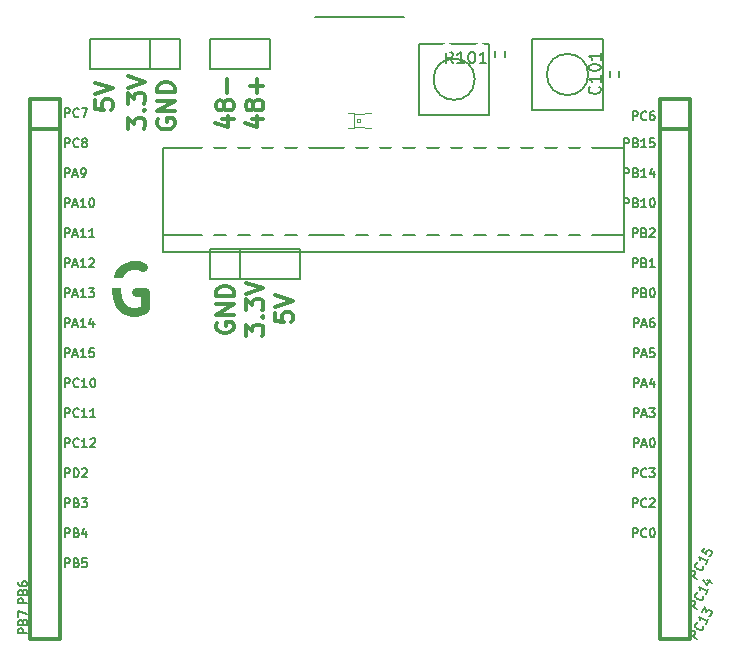
<source format=gto>
G04 (created by PCBNEW (2013-dec-23)-stable) date Thu 15 May 2014 10:29:33 AM EDT*
%MOIN*%
G04 Gerber Fmt 3.4, Leading zero omitted, Abs format*
%FSLAX34Y34*%
G01*
G70*
G90*
G04 APERTURE LIST*
%ADD10C,0.00590551*%
%ADD11C,0.0314961*%
%ADD12C,0.011811*%
%ADD13C,0.012*%
%ADD14C,0.006*%
%ADD15C,0.005*%
%ADD16C,0.0026*%
%ADD17C,0.004*%
%ADD18C,0.002*%
%ADD19R,0.055X0.055*%
%ADD20C,0.055*%
%ADD21R,0.06X0.06*%
%ADD22C,0.06*%
%ADD23R,0.0394X0.0354*%
%ADD24C,0.05*%
%ADD25R,0.015748X0.0531496*%
%ADD26R,0.0826772X0.0629921*%
%ADD27R,0.0748031X0.0748031*%
%ADD28R,0.0708661X0.0748031*%
%ADD29R,0.0511811X0.0649606*%
%ADD30R,0.0649606X0.0511811*%
%ADD31R,0.0472X0.0472*%
%ADD32C,0.0354331*%
%ADD33C,0.0511811*%
%ADD34C,0.000393701*%
G04 APERTURE END LIST*
G54D10*
G54D11*
X85294Y-50948D02*
X85144Y-50873D01*
X84919Y-50873D01*
X84694Y-50948D01*
X84544Y-51098D01*
X84469Y-51248D01*
X84394Y-51548D01*
X84394Y-51773D01*
X84469Y-52073D01*
X84544Y-52223D01*
X84694Y-52373D01*
X84919Y-52448D01*
X85069Y-52448D01*
X85294Y-52373D01*
X85369Y-52298D01*
X85369Y-51773D01*
X85069Y-51773D01*
G54D10*
X81439Y-63160D02*
X81143Y-63160D01*
X81143Y-63047D01*
X81157Y-63019D01*
X81172Y-63005D01*
X81200Y-62991D01*
X81242Y-62991D01*
X81270Y-63005D01*
X81284Y-63019D01*
X81298Y-63047D01*
X81298Y-63160D01*
X81284Y-62766D02*
X81298Y-62724D01*
X81312Y-62710D01*
X81340Y-62696D01*
X81382Y-62696D01*
X81411Y-62710D01*
X81425Y-62724D01*
X81439Y-62752D01*
X81439Y-62865D01*
X81143Y-62865D01*
X81143Y-62766D01*
X81157Y-62738D01*
X81172Y-62724D01*
X81200Y-62710D01*
X81228Y-62710D01*
X81256Y-62724D01*
X81270Y-62738D01*
X81284Y-62766D01*
X81284Y-62865D01*
X81143Y-62597D02*
X81143Y-62401D01*
X81439Y-62527D01*
X81439Y-62160D02*
X81143Y-62160D01*
X81143Y-62047D01*
X81157Y-62019D01*
X81172Y-62005D01*
X81200Y-61991D01*
X81242Y-61991D01*
X81270Y-62005D01*
X81284Y-62019D01*
X81298Y-62047D01*
X81298Y-62160D01*
X81284Y-61766D02*
X81298Y-61724D01*
X81312Y-61710D01*
X81340Y-61696D01*
X81382Y-61696D01*
X81411Y-61710D01*
X81425Y-61724D01*
X81439Y-61752D01*
X81439Y-61865D01*
X81143Y-61865D01*
X81143Y-61766D01*
X81157Y-61738D01*
X81172Y-61724D01*
X81200Y-61710D01*
X81228Y-61710D01*
X81256Y-61724D01*
X81270Y-61738D01*
X81284Y-61766D01*
X81284Y-61865D01*
X81143Y-61443D02*
X81143Y-61499D01*
X81157Y-61527D01*
X81172Y-61541D01*
X81214Y-61569D01*
X81270Y-61583D01*
X81382Y-61583D01*
X81411Y-61569D01*
X81425Y-61555D01*
X81439Y-61527D01*
X81439Y-61471D01*
X81425Y-61443D01*
X81411Y-61429D01*
X81382Y-61415D01*
X81312Y-61415D01*
X81284Y-61429D01*
X81270Y-61443D01*
X81256Y-61471D01*
X81256Y-61527D01*
X81270Y-61555D01*
X81284Y-61569D01*
X81312Y-61583D01*
X103770Y-62328D02*
X103514Y-62181D01*
X103570Y-62083D01*
X103596Y-62066D01*
X103616Y-62061D01*
X103647Y-62063D01*
X103683Y-62084D01*
X103701Y-62110D01*
X103706Y-62129D01*
X103704Y-62161D01*
X103648Y-62258D01*
X103977Y-61912D02*
X103982Y-61932D01*
X103973Y-61975D01*
X103959Y-62000D01*
X103926Y-62029D01*
X103888Y-62039D01*
X103856Y-62037D01*
X103801Y-62022D01*
X103764Y-62000D01*
X103722Y-61960D01*
X103705Y-61934D01*
X103695Y-61895D01*
X103704Y-61852D01*
X103718Y-61828D01*
X103751Y-61798D01*
X103770Y-61793D01*
X104142Y-61683D02*
X104058Y-61829D01*
X104100Y-61756D02*
X103844Y-61608D01*
X103867Y-61654D01*
X103877Y-61692D01*
X103875Y-61724D01*
X104098Y-61365D02*
X104269Y-61464D01*
X103966Y-61370D02*
X104113Y-61536D01*
X104205Y-61378D01*
X103770Y-63328D02*
X103514Y-63181D01*
X103570Y-63083D01*
X103596Y-63066D01*
X103616Y-63061D01*
X103647Y-63063D01*
X103683Y-63084D01*
X103701Y-63110D01*
X103706Y-63129D01*
X103704Y-63161D01*
X103648Y-63258D01*
X103977Y-62912D02*
X103982Y-62932D01*
X103973Y-62975D01*
X103959Y-63000D01*
X103926Y-63029D01*
X103888Y-63039D01*
X103856Y-63037D01*
X103801Y-63022D01*
X103764Y-63000D01*
X103722Y-62960D01*
X103705Y-62934D01*
X103695Y-62895D01*
X103704Y-62852D01*
X103718Y-62828D01*
X103751Y-62798D01*
X103770Y-62793D01*
X104142Y-62683D02*
X104058Y-62829D01*
X104100Y-62756D02*
X103844Y-62608D01*
X103867Y-62654D01*
X103877Y-62692D01*
X103875Y-62724D01*
X103936Y-62450D02*
X104027Y-62292D01*
X104075Y-62433D01*
X104096Y-62397D01*
X104123Y-62379D01*
X104142Y-62374D01*
X104173Y-62376D01*
X104234Y-62411D01*
X104251Y-62438D01*
X104257Y-62457D01*
X104255Y-62488D01*
X104213Y-62561D01*
X104186Y-62579D01*
X104167Y-62584D01*
X103770Y-61328D02*
X103514Y-61181D01*
X103570Y-61083D01*
X103596Y-61066D01*
X103616Y-61061D01*
X103647Y-61063D01*
X103683Y-61084D01*
X103701Y-61110D01*
X103706Y-61129D01*
X103704Y-61161D01*
X103648Y-61258D01*
X103977Y-60912D02*
X103982Y-60932D01*
X103973Y-60975D01*
X103959Y-61000D01*
X103926Y-61029D01*
X103888Y-61039D01*
X103856Y-61037D01*
X103801Y-61022D01*
X103764Y-61000D01*
X103722Y-60960D01*
X103705Y-60934D01*
X103695Y-60895D01*
X103704Y-60852D01*
X103718Y-60828D01*
X103751Y-60798D01*
X103770Y-60793D01*
X104142Y-60683D02*
X104058Y-60829D01*
X104100Y-60756D02*
X103844Y-60608D01*
X103867Y-60654D01*
X103877Y-60692D01*
X103875Y-60724D01*
X104020Y-60304D02*
X103950Y-60426D01*
X104065Y-60508D01*
X104059Y-60489D01*
X104061Y-60458D01*
X104096Y-60397D01*
X104123Y-60379D01*
X104142Y-60374D01*
X104173Y-60376D01*
X104234Y-60411D01*
X104251Y-60438D01*
X104257Y-60457D01*
X104255Y-60488D01*
X104220Y-60549D01*
X104193Y-60566D01*
X104174Y-60571D01*
X101618Y-59950D02*
X101618Y-59654D01*
X101730Y-59654D01*
X101758Y-59669D01*
X101772Y-59683D01*
X101786Y-59711D01*
X101786Y-59753D01*
X101772Y-59781D01*
X101758Y-59795D01*
X101730Y-59809D01*
X101618Y-59809D01*
X102082Y-59922D02*
X102068Y-59936D01*
X102025Y-59950D01*
X101997Y-59950D01*
X101955Y-59936D01*
X101927Y-59908D01*
X101913Y-59879D01*
X101899Y-59823D01*
X101899Y-59781D01*
X101913Y-59725D01*
X101927Y-59697D01*
X101955Y-59669D01*
X101997Y-59654D01*
X102025Y-59654D01*
X102068Y-59669D01*
X102082Y-59683D01*
X102265Y-59654D02*
X102293Y-59654D01*
X102321Y-59669D01*
X102335Y-59683D01*
X102349Y-59711D01*
X102363Y-59767D01*
X102363Y-59837D01*
X102349Y-59893D01*
X102335Y-59922D01*
X102321Y-59936D01*
X102293Y-59950D01*
X102265Y-59950D01*
X102236Y-59936D01*
X102222Y-59922D01*
X102208Y-59893D01*
X102194Y-59837D01*
X102194Y-59767D01*
X102208Y-59711D01*
X102222Y-59683D01*
X102236Y-59669D01*
X102265Y-59654D01*
X101618Y-58950D02*
X101618Y-58654D01*
X101730Y-58654D01*
X101758Y-58669D01*
X101772Y-58683D01*
X101786Y-58711D01*
X101786Y-58753D01*
X101772Y-58781D01*
X101758Y-58795D01*
X101730Y-58809D01*
X101618Y-58809D01*
X102082Y-58922D02*
X102068Y-58936D01*
X102025Y-58950D01*
X101997Y-58950D01*
X101955Y-58936D01*
X101927Y-58908D01*
X101913Y-58879D01*
X101899Y-58823D01*
X101899Y-58781D01*
X101913Y-58725D01*
X101927Y-58697D01*
X101955Y-58669D01*
X101997Y-58654D01*
X102025Y-58654D01*
X102068Y-58669D01*
X102082Y-58683D01*
X102194Y-58683D02*
X102208Y-58669D01*
X102236Y-58654D01*
X102307Y-58654D01*
X102335Y-58669D01*
X102349Y-58683D01*
X102363Y-58711D01*
X102363Y-58739D01*
X102349Y-58781D01*
X102180Y-58950D01*
X102363Y-58950D01*
X101618Y-57950D02*
X101618Y-57654D01*
X101730Y-57654D01*
X101758Y-57669D01*
X101772Y-57683D01*
X101786Y-57711D01*
X101786Y-57753D01*
X101772Y-57781D01*
X101758Y-57795D01*
X101730Y-57809D01*
X101618Y-57809D01*
X102082Y-57922D02*
X102068Y-57936D01*
X102025Y-57950D01*
X101997Y-57950D01*
X101955Y-57936D01*
X101927Y-57908D01*
X101913Y-57879D01*
X101899Y-57823D01*
X101899Y-57781D01*
X101913Y-57725D01*
X101927Y-57697D01*
X101955Y-57669D01*
X101997Y-57654D01*
X102025Y-57654D01*
X102068Y-57669D01*
X102082Y-57683D01*
X102180Y-57654D02*
X102363Y-57654D01*
X102265Y-57767D01*
X102307Y-57767D01*
X102335Y-57781D01*
X102349Y-57795D01*
X102363Y-57823D01*
X102363Y-57893D01*
X102349Y-57922D01*
X102335Y-57936D01*
X102307Y-57950D01*
X102222Y-57950D01*
X102194Y-57936D01*
X102180Y-57922D01*
X101660Y-56950D02*
X101660Y-56654D01*
X101772Y-56654D01*
X101801Y-56669D01*
X101815Y-56683D01*
X101829Y-56711D01*
X101829Y-56753D01*
X101815Y-56781D01*
X101801Y-56795D01*
X101772Y-56809D01*
X101660Y-56809D01*
X101941Y-56865D02*
X102082Y-56865D01*
X101913Y-56950D02*
X102011Y-56654D01*
X102110Y-56950D01*
X102265Y-56654D02*
X102293Y-56654D01*
X102321Y-56669D01*
X102335Y-56683D01*
X102349Y-56711D01*
X102363Y-56767D01*
X102363Y-56837D01*
X102349Y-56893D01*
X102335Y-56922D01*
X102321Y-56936D01*
X102293Y-56950D01*
X102265Y-56950D01*
X102236Y-56936D01*
X102222Y-56922D01*
X102208Y-56893D01*
X102194Y-56837D01*
X102194Y-56767D01*
X102208Y-56711D01*
X102222Y-56683D01*
X102236Y-56669D01*
X102265Y-56654D01*
X101660Y-55950D02*
X101660Y-55654D01*
X101772Y-55654D01*
X101801Y-55669D01*
X101815Y-55683D01*
X101829Y-55711D01*
X101829Y-55753D01*
X101815Y-55781D01*
X101801Y-55795D01*
X101772Y-55809D01*
X101660Y-55809D01*
X101941Y-55865D02*
X102082Y-55865D01*
X101913Y-55950D02*
X102011Y-55654D01*
X102110Y-55950D01*
X102180Y-55654D02*
X102363Y-55654D01*
X102265Y-55767D01*
X102307Y-55767D01*
X102335Y-55781D01*
X102349Y-55795D01*
X102363Y-55823D01*
X102363Y-55893D01*
X102349Y-55922D01*
X102335Y-55936D01*
X102307Y-55950D01*
X102222Y-55950D01*
X102194Y-55936D01*
X102180Y-55922D01*
X101660Y-54950D02*
X101660Y-54654D01*
X101772Y-54654D01*
X101801Y-54669D01*
X101815Y-54683D01*
X101829Y-54711D01*
X101829Y-54753D01*
X101815Y-54781D01*
X101801Y-54795D01*
X101772Y-54809D01*
X101660Y-54809D01*
X101941Y-54865D02*
X102082Y-54865D01*
X101913Y-54950D02*
X102011Y-54654D01*
X102110Y-54950D01*
X102335Y-54753D02*
X102335Y-54950D01*
X102265Y-54640D02*
X102194Y-54851D01*
X102377Y-54851D01*
X101660Y-53950D02*
X101660Y-53654D01*
X101772Y-53654D01*
X101801Y-53669D01*
X101815Y-53683D01*
X101829Y-53711D01*
X101829Y-53753D01*
X101815Y-53781D01*
X101801Y-53795D01*
X101772Y-53809D01*
X101660Y-53809D01*
X101941Y-53865D02*
X102082Y-53865D01*
X101913Y-53950D02*
X102011Y-53654D01*
X102110Y-53950D01*
X102349Y-53654D02*
X102208Y-53654D01*
X102194Y-53795D01*
X102208Y-53781D01*
X102236Y-53767D01*
X102307Y-53767D01*
X102335Y-53781D01*
X102349Y-53795D01*
X102363Y-53823D01*
X102363Y-53893D01*
X102349Y-53922D01*
X102335Y-53936D01*
X102307Y-53950D01*
X102236Y-53950D01*
X102208Y-53936D01*
X102194Y-53922D01*
X101660Y-52950D02*
X101660Y-52654D01*
X101772Y-52654D01*
X101801Y-52669D01*
X101815Y-52683D01*
X101829Y-52711D01*
X101829Y-52753D01*
X101815Y-52781D01*
X101801Y-52795D01*
X101772Y-52809D01*
X101660Y-52809D01*
X101941Y-52865D02*
X102082Y-52865D01*
X101913Y-52950D02*
X102011Y-52654D01*
X102110Y-52950D01*
X102335Y-52654D02*
X102279Y-52654D01*
X102250Y-52669D01*
X102236Y-52683D01*
X102208Y-52725D01*
X102194Y-52781D01*
X102194Y-52893D01*
X102208Y-52922D01*
X102222Y-52936D01*
X102250Y-52950D01*
X102307Y-52950D01*
X102335Y-52936D01*
X102349Y-52922D01*
X102363Y-52893D01*
X102363Y-52823D01*
X102349Y-52795D01*
X102335Y-52781D01*
X102307Y-52767D01*
X102250Y-52767D01*
X102222Y-52781D01*
X102208Y-52795D01*
X102194Y-52823D01*
X101618Y-51950D02*
X101618Y-51654D01*
X101730Y-51654D01*
X101758Y-51669D01*
X101772Y-51683D01*
X101786Y-51711D01*
X101786Y-51753D01*
X101772Y-51781D01*
X101758Y-51795D01*
X101730Y-51809D01*
X101618Y-51809D01*
X102011Y-51795D02*
X102054Y-51809D01*
X102068Y-51823D01*
X102082Y-51851D01*
X102082Y-51893D01*
X102068Y-51922D01*
X102054Y-51936D01*
X102025Y-51950D01*
X101913Y-51950D01*
X101913Y-51654D01*
X102011Y-51654D01*
X102040Y-51669D01*
X102054Y-51683D01*
X102068Y-51711D01*
X102068Y-51739D01*
X102054Y-51767D01*
X102040Y-51781D01*
X102011Y-51795D01*
X101913Y-51795D01*
X102265Y-51654D02*
X102293Y-51654D01*
X102321Y-51669D01*
X102335Y-51683D01*
X102349Y-51711D01*
X102363Y-51767D01*
X102363Y-51837D01*
X102349Y-51893D01*
X102335Y-51922D01*
X102321Y-51936D01*
X102293Y-51950D01*
X102265Y-51950D01*
X102236Y-51936D01*
X102222Y-51922D01*
X102208Y-51893D01*
X102194Y-51837D01*
X102194Y-51767D01*
X102208Y-51711D01*
X102222Y-51683D01*
X102236Y-51669D01*
X102265Y-51654D01*
X101618Y-50950D02*
X101618Y-50654D01*
X101730Y-50654D01*
X101758Y-50669D01*
X101772Y-50683D01*
X101786Y-50711D01*
X101786Y-50753D01*
X101772Y-50781D01*
X101758Y-50795D01*
X101730Y-50809D01*
X101618Y-50809D01*
X102011Y-50795D02*
X102054Y-50809D01*
X102068Y-50823D01*
X102082Y-50851D01*
X102082Y-50893D01*
X102068Y-50922D01*
X102054Y-50936D01*
X102025Y-50950D01*
X101913Y-50950D01*
X101913Y-50654D01*
X102011Y-50654D01*
X102040Y-50669D01*
X102054Y-50683D01*
X102068Y-50711D01*
X102068Y-50739D01*
X102054Y-50767D01*
X102040Y-50781D01*
X102011Y-50795D01*
X101913Y-50795D01*
X102363Y-50950D02*
X102194Y-50950D01*
X102279Y-50950D02*
X102279Y-50654D01*
X102250Y-50697D01*
X102222Y-50725D01*
X102194Y-50739D01*
X101618Y-46050D02*
X101618Y-45754D01*
X101730Y-45754D01*
X101758Y-45769D01*
X101772Y-45783D01*
X101786Y-45811D01*
X101786Y-45853D01*
X101772Y-45881D01*
X101758Y-45895D01*
X101730Y-45909D01*
X101618Y-45909D01*
X102082Y-46022D02*
X102068Y-46036D01*
X102025Y-46050D01*
X101997Y-46050D01*
X101955Y-46036D01*
X101927Y-46008D01*
X101913Y-45979D01*
X101899Y-45923D01*
X101899Y-45881D01*
X101913Y-45825D01*
X101927Y-45797D01*
X101955Y-45769D01*
X101997Y-45754D01*
X102025Y-45754D01*
X102068Y-45769D01*
X102082Y-45783D01*
X102335Y-45754D02*
X102279Y-45754D01*
X102250Y-45769D01*
X102236Y-45783D01*
X102208Y-45825D01*
X102194Y-45881D01*
X102194Y-45993D01*
X102208Y-46022D01*
X102222Y-46036D01*
X102250Y-46050D01*
X102307Y-46050D01*
X102335Y-46036D01*
X102349Y-46022D01*
X102363Y-45993D01*
X102363Y-45923D01*
X102349Y-45895D01*
X102335Y-45881D01*
X102307Y-45867D01*
X102250Y-45867D01*
X102222Y-45881D01*
X102208Y-45895D01*
X102194Y-45923D01*
X101337Y-48950D02*
X101337Y-48654D01*
X101449Y-48654D01*
X101477Y-48669D01*
X101491Y-48683D01*
X101505Y-48711D01*
X101505Y-48753D01*
X101491Y-48781D01*
X101477Y-48795D01*
X101449Y-48809D01*
X101337Y-48809D01*
X101730Y-48795D02*
X101772Y-48809D01*
X101786Y-48823D01*
X101801Y-48851D01*
X101801Y-48893D01*
X101786Y-48922D01*
X101772Y-48936D01*
X101744Y-48950D01*
X101632Y-48950D01*
X101632Y-48654D01*
X101730Y-48654D01*
X101758Y-48669D01*
X101772Y-48683D01*
X101786Y-48711D01*
X101786Y-48739D01*
X101772Y-48767D01*
X101758Y-48781D01*
X101730Y-48795D01*
X101632Y-48795D01*
X102082Y-48950D02*
X101913Y-48950D01*
X101997Y-48950D02*
X101997Y-48654D01*
X101969Y-48697D01*
X101941Y-48725D01*
X101913Y-48739D01*
X102265Y-48654D02*
X102293Y-48654D01*
X102321Y-48669D01*
X102335Y-48683D01*
X102349Y-48711D01*
X102363Y-48767D01*
X102363Y-48837D01*
X102349Y-48893D01*
X102335Y-48922D01*
X102321Y-48936D01*
X102293Y-48950D01*
X102265Y-48950D01*
X102236Y-48936D01*
X102222Y-48922D01*
X102208Y-48893D01*
X102194Y-48837D01*
X102194Y-48767D01*
X102208Y-48711D01*
X102222Y-48683D01*
X102236Y-48669D01*
X102265Y-48654D01*
X101337Y-47950D02*
X101337Y-47654D01*
X101449Y-47654D01*
X101477Y-47669D01*
X101491Y-47683D01*
X101505Y-47711D01*
X101505Y-47753D01*
X101491Y-47781D01*
X101477Y-47795D01*
X101449Y-47809D01*
X101337Y-47809D01*
X101730Y-47795D02*
X101772Y-47809D01*
X101786Y-47823D01*
X101801Y-47851D01*
X101801Y-47893D01*
X101786Y-47922D01*
X101772Y-47936D01*
X101744Y-47950D01*
X101632Y-47950D01*
X101632Y-47654D01*
X101730Y-47654D01*
X101758Y-47669D01*
X101772Y-47683D01*
X101786Y-47711D01*
X101786Y-47739D01*
X101772Y-47767D01*
X101758Y-47781D01*
X101730Y-47795D01*
X101632Y-47795D01*
X102082Y-47950D02*
X101913Y-47950D01*
X101997Y-47950D02*
X101997Y-47654D01*
X101969Y-47697D01*
X101941Y-47725D01*
X101913Y-47739D01*
X102335Y-47753D02*
X102335Y-47950D01*
X102265Y-47640D02*
X102194Y-47851D01*
X102377Y-47851D01*
X101337Y-46950D02*
X101337Y-46654D01*
X101449Y-46654D01*
X101477Y-46669D01*
X101491Y-46683D01*
X101505Y-46711D01*
X101505Y-46753D01*
X101491Y-46781D01*
X101477Y-46795D01*
X101449Y-46809D01*
X101337Y-46809D01*
X101730Y-46795D02*
X101772Y-46809D01*
X101786Y-46823D01*
X101801Y-46851D01*
X101801Y-46893D01*
X101786Y-46922D01*
X101772Y-46936D01*
X101744Y-46950D01*
X101632Y-46950D01*
X101632Y-46654D01*
X101730Y-46654D01*
X101758Y-46669D01*
X101772Y-46683D01*
X101786Y-46711D01*
X101786Y-46739D01*
X101772Y-46767D01*
X101758Y-46781D01*
X101730Y-46795D01*
X101632Y-46795D01*
X102082Y-46950D02*
X101913Y-46950D01*
X101997Y-46950D02*
X101997Y-46654D01*
X101969Y-46697D01*
X101941Y-46725D01*
X101913Y-46739D01*
X102349Y-46654D02*
X102208Y-46654D01*
X102194Y-46795D01*
X102208Y-46781D01*
X102236Y-46767D01*
X102307Y-46767D01*
X102335Y-46781D01*
X102349Y-46795D01*
X102363Y-46823D01*
X102363Y-46893D01*
X102349Y-46922D01*
X102335Y-46936D01*
X102307Y-46950D01*
X102236Y-46950D01*
X102208Y-46936D01*
X102194Y-46922D01*
X101618Y-49950D02*
X101618Y-49654D01*
X101730Y-49654D01*
X101758Y-49669D01*
X101772Y-49683D01*
X101786Y-49711D01*
X101786Y-49753D01*
X101772Y-49781D01*
X101758Y-49795D01*
X101730Y-49809D01*
X101618Y-49809D01*
X102011Y-49795D02*
X102054Y-49809D01*
X102068Y-49823D01*
X102082Y-49851D01*
X102082Y-49893D01*
X102068Y-49922D01*
X102054Y-49936D01*
X102025Y-49950D01*
X101913Y-49950D01*
X101913Y-49654D01*
X102011Y-49654D01*
X102040Y-49669D01*
X102054Y-49683D01*
X102068Y-49711D01*
X102068Y-49739D01*
X102054Y-49767D01*
X102040Y-49781D01*
X102011Y-49795D01*
X101913Y-49795D01*
X102194Y-49683D02*
X102208Y-49669D01*
X102236Y-49654D01*
X102307Y-49654D01*
X102335Y-49669D01*
X102349Y-49683D01*
X102363Y-49711D01*
X102363Y-49739D01*
X102349Y-49781D01*
X102180Y-49950D01*
X102363Y-49950D01*
X82689Y-60950D02*
X82689Y-60654D01*
X82802Y-60654D01*
X82830Y-60669D01*
X82844Y-60683D01*
X82858Y-60711D01*
X82858Y-60753D01*
X82844Y-60781D01*
X82830Y-60795D01*
X82802Y-60809D01*
X82689Y-60809D01*
X83083Y-60795D02*
X83125Y-60809D01*
X83139Y-60823D01*
X83153Y-60851D01*
X83153Y-60893D01*
X83139Y-60922D01*
X83125Y-60936D01*
X83097Y-60950D01*
X82985Y-60950D01*
X82985Y-60654D01*
X83083Y-60654D01*
X83111Y-60669D01*
X83125Y-60683D01*
X83139Y-60711D01*
X83139Y-60739D01*
X83125Y-60767D01*
X83111Y-60781D01*
X83083Y-60795D01*
X82985Y-60795D01*
X83421Y-60654D02*
X83280Y-60654D01*
X83266Y-60795D01*
X83280Y-60781D01*
X83308Y-60767D01*
X83378Y-60767D01*
X83407Y-60781D01*
X83421Y-60795D01*
X83435Y-60823D01*
X83435Y-60893D01*
X83421Y-60922D01*
X83407Y-60936D01*
X83378Y-60950D01*
X83308Y-60950D01*
X83280Y-60936D01*
X83266Y-60922D01*
X82689Y-59950D02*
X82689Y-59654D01*
X82802Y-59654D01*
X82830Y-59669D01*
X82844Y-59683D01*
X82858Y-59711D01*
X82858Y-59753D01*
X82844Y-59781D01*
X82830Y-59795D01*
X82802Y-59809D01*
X82689Y-59809D01*
X83083Y-59795D02*
X83125Y-59809D01*
X83139Y-59823D01*
X83153Y-59851D01*
X83153Y-59893D01*
X83139Y-59922D01*
X83125Y-59936D01*
X83097Y-59950D01*
X82985Y-59950D01*
X82985Y-59654D01*
X83083Y-59654D01*
X83111Y-59669D01*
X83125Y-59683D01*
X83139Y-59711D01*
X83139Y-59739D01*
X83125Y-59767D01*
X83111Y-59781D01*
X83083Y-59795D01*
X82985Y-59795D01*
X83407Y-59753D02*
X83407Y-59950D01*
X83336Y-59640D02*
X83266Y-59851D01*
X83449Y-59851D01*
X82689Y-58950D02*
X82689Y-58654D01*
X82802Y-58654D01*
X82830Y-58669D01*
X82844Y-58683D01*
X82858Y-58711D01*
X82858Y-58753D01*
X82844Y-58781D01*
X82830Y-58795D01*
X82802Y-58809D01*
X82689Y-58809D01*
X83083Y-58795D02*
X83125Y-58809D01*
X83139Y-58823D01*
X83153Y-58851D01*
X83153Y-58893D01*
X83139Y-58922D01*
X83125Y-58936D01*
X83097Y-58950D01*
X82985Y-58950D01*
X82985Y-58654D01*
X83083Y-58654D01*
X83111Y-58669D01*
X83125Y-58683D01*
X83139Y-58711D01*
X83139Y-58739D01*
X83125Y-58767D01*
X83111Y-58781D01*
X83083Y-58795D01*
X82985Y-58795D01*
X83252Y-58654D02*
X83435Y-58654D01*
X83336Y-58767D01*
X83378Y-58767D01*
X83407Y-58781D01*
X83421Y-58795D01*
X83435Y-58823D01*
X83435Y-58893D01*
X83421Y-58922D01*
X83407Y-58936D01*
X83378Y-58950D01*
X83294Y-58950D01*
X83266Y-58936D01*
X83252Y-58922D01*
X82689Y-57950D02*
X82689Y-57654D01*
X82802Y-57654D01*
X82830Y-57669D01*
X82844Y-57683D01*
X82858Y-57711D01*
X82858Y-57753D01*
X82844Y-57781D01*
X82830Y-57795D01*
X82802Y-57809D01*
X82689Y-57809D01*
X82985Y-57950D02*
X82985Y-57654D01*
X83055Y-57654D01*
X83097Y-57669D01*
X83125Y-57697D01*
X83139Y-57725D01*
X83153Y-57781D01*
X83153Y-57823D01*
X83139Y-57879D01*
X83125Y-57908D01*
X83097Y-57936D01*
X83055Y-57950D01*
X82985Y-57950D01*
X83266Y-57683D02*
X83280Y-57669D01*
X83308Y-57654D01*
X83378Y-57654D01*
X83407Y-57669D01*
X83421Y-57683D01*
X83435Y-57711D01*
X83435Y-57739D01*
X83421Y-57781D01*
X83252Y-57950D01*
X83435Y-57950D01*
X82689Y-56950D02*
X82689Y-56654D01*
X82802Y-56654D01*
X82830Y-56669D01*
X82844Y-56683D01*
X82858Y-56711D01*
X82858Y-56753D01*
X82844Y-56781D01*
X82830Y-56795D01*
X82802Y-56809D01*
X82689Y-56809D01*
X83153Y-56922D02*
X83139Y-56936D01*
X83097Y-56950D01*
X83069Y-56950D01*
X83027Y-56936D01*
X82999Y-56908D01*
X82985Y-56879D01*
X82971Y-56823D01*
X82971Y-56781D01*
X82985Y-56725D01*
X82999Y-56697D01*
X83027Y-56669D01*
X83069Y-56654D01*
X83097Y-56654D01*
X83139Y-56669D01*
X83153Y-56683D01*
X83435Y-56950D02*
X83266Y-56950D01*
X83350Y-56950D02*
X83350Y-56654D01*
X83322Y-56697D01*
X83294Y-56725D01*
X83266Y-56739D01*
X83547Y-56683D02*
X83561Y-56669D01*
X83589Y-56654D01*
X83660Y-56654D01*
X83688Y-56669D01*
X83702Y-56683D01*
X83716Y-56711D01*
X83716Y-56739D01*
X83702Y-56781D01*
X83533Y-56950D01*
X83716Y-56950D01*
X82689Y-55950D02*
X82689Y-55654D01*
X82802Y-55654D01*
X82830Y-55669D01*
X82844Y-55683D01*
X82858Y-55711D01*
X82858Y-55753D01*
X82844Y-55781D01*
X82830Y-55795D01*
X82802Y-55809D01*
X82689Y-55809D01*
X83153Y-55922D02*
X83139Y-55936D01*
X83097Y-55950D01*
X83069Y-55950D01*
X83027Y-55936D01*
X82999Y-55908D01*
X82985Y-55879D01*
X82971Y-55823D01*
X82971Y-55781D01*
X82985Y-55725D01*
X82999Y-55697D01*
X83027Y-55669D01*
X83069Y-55654D01*
X83097Y-55654D01*
X83139Y-55669D01*
X83153Y-55683D01*
X83435Y-55950D02*
X83266Y-55950D01*
X83350Y-55950D02*
X83350Y-55654D01*
X83322Y-55697D01*
X83294Y-55725D01*
X83266Y-55739D01*
X83716Y-55950D02*
X83547Y-55950D01*
X83632Y-55950D02*
X83632Y-55654D01*
X83603Y-55697D01*
X83575Y-55725D01*
X83547Y-55739D01*
X82689Y-54950D02*
X82689Y-54654D01*
X82802Y-54654D01*
X82830Y-54669D01*
X82844Y-54683D01*
X82858Y-54711D01*
X82858Y-54753D01*
X82844Y-54781D01*
X82830Y-54795D01*
X82802Y-54809D01*
X82689Y-54809D01*
X83153Y-54922D02*
X83139Y-54936D01*
X83097Y-54950D01*
X83069Y-54950D01*
X83027Y-54936D01*
X82999Y-54908D01*
X82985Y-54879D01*
X82971Y-54823D01*
X82971Y-54781D01*
X82985Y-54725D01*
X82999Y-54697D01*
X83027Y-54669D01*
X83069Y-54654D01*
X83097Y-54654D01*
X83139Y-54669D01*
X83153Y-54683D01*
X83435Y-54950D02*
X83266Y-54950D01*
X83350Y-54950D02*
X83350Y-54654D01*
X83322Y-54697D01*
X83294Y-54725D01*
X83266Y-54739D01*
X83617Y-54654D02*
X83646Y-54654D01*
X83674Y-54669D01*
X83688Y-54683D01*
X83702Y-54711D01*
X83716Y-54767D01*
X83716Y-54837D01*
X83702Y-54893D01*
X83688Y-54922D01*
X83674Y-54936D01*
X83646Y-54950D01*
X83617Y-54950D01*
X83589Y-54936D01*
X83575Y-54922D01*
X83561Y-54893D01*
X83547Y-54837D01*
X83547Y-54767D01*
X83561Y-54711D01*
X83575Y-54683D01*
X83589Y-54669D01*
X83617Y-54654D01*
X82689Y-53950D02*
X82689Y-53654D01*
X82802Y-53654D01*
X82830Y-53669D01*
X82844Y-53683D01*
X82858Y-53711D01*
X82858Y-53753D01*
X82844Y-53781D01*
X82830Y-53795D01*
X82802Y-53809D01*
X82689Y-53809D01*
X82971Y-53865D02*
X83111Y-53865D01*
X82943Y-53950D02*
X83041Y-53654D01*
X83139Y-53950D01*
X83393Y-53950D02*
X83224Y-53950D01*
X83308Y-53950D02*
X83308Y-53654D01*
X83280Y-53697D01*
X83252Y-53725D01*
X83224Y-53739D01*
X83660Y-53654D02*
X83519Y-53654D01*
X83505Y-53795D01*
X83519Y-53781D01*
X83547Y-53767D01*
X83617Y-53767D01*
X83646Y-53781D01*
X83660Y-53795D01*
X83674Y-53823D01*
X83674Y-53893D01*
X83660Y-53922D01*
X83646Y-53936D01*
X83617Y-53950D01*
X83547Y-53950D01*
X83519Y-53936D01*
X83505Y-53922D01*
X82689Y-52950D02*
X82689Y-52654D01*
X82802Y-52654D01*
X82830Y-52669D01*
X82844Y-52683D01*
X82858Y-52711D01*
X82858Y-52753D01*
X82844Y-52781D01*
X82830Y-52795D01*
X82802Y-52809D01*
X82689Y-52809D01*
X82971Y-52865D02*
X83111Y-52865D01*
X82943Y-52950D02*
X83041Y-52654D01*
X83139Y-52950D01*
X83393Y-52950D02*
X83224Y-52950D01*
X83308Y-52950D02*
X83308Y-52654D01*
X83280Y-52697D01*
X83252Y-52725D01*
X83224Y-52739D01*
X83646Y-52753D02*
X83646Y-52950D01*
X83575Y-52640D02*
X83505Y-52851D01*
X83688Y-52851D01*
X82689Y-51950D02*
X82689Y-51654D01*
X82802Y-51654D01*
X82830Y-51669D01*
X82844Y-51683D01*
X82858Y-51711D01*
X82858Y-51753D01*
X82844Y-51781D01*
X82830Y-51795D01*
X82802Y-51809D01*
X82689Y-51809D01*
X82971Y-51865D02*
X83111Y-51865D01*
X82943Y-51950D02*
X83041Y-51654D01*
X83139Y-51950D01*
X83393Y-51950D02*
X83224Y-51950D01*
X83308Y-51950D02*
X83308Y-51654D01*
X83280Y-51697D01*
X83252Y-51725D01*
X83224Y-51739D01*
X83491Y-51654D02*
X83674Y-51654D01*
X83575Y-51767D01*
X83617Y-51767D01*
X83646Y-51781D01*
X83660Y-51795D01*
X83674Y-51823D01*
X83674Y-51893D01*
X83660Y-51922D01*
X83646Y-51936D01*
X83617Y-51950D01*
X83533Y-51950D01*
X83505Y-51936D01*
X83491Y-51922D01*
X82689Y-50950D02*
X82689Y-50654D01*
X82802Y-50654D01*
X82830Y-50669D01*
X82844Y-50683D01*
X82858Y-50711D01*
X82858Y-50753D01*
X82844Y-50781D01*
X82830Y-50795D01*
X82802Y-50809D01*
X82689Y-50809D01*
X82971Y-50865D02*
X83111Y-50865D01*
X82943Y-50950D02*
X83041Y-50654D01*
X83139Y-50950D01*
X83393Y-50950D02*
X83224Y-50950D01*
X83308Y-50950D02*
X83308Y-50654D01*
X83280Y-50697D01*
X83252Y-50725D01*
X83224Y-50739D01*
X83505Y-50683D02*
X83519Y-50669D01*
X83547Y-50654D01*
X83617Y-50654D01*
X83646Y-50669D01*
X83660Y-50683D01*
X83674Y-50711D01*
X83674Y-50739D01*
X83660Y-50781D01*
X83491Y-50950D01*
X83674Y-50950D01*
X82689Y-49950D02*
X82689Y-49654D01*
X82802Y-49654D01*
X82830Y-49669D01*
X82844Y-49683D01*
X82858Y-49711D01*
X82858Y-49753D01*
X82844Y-49781D01*
X82830Y-49795D01*
X82802Y-49809D01*
X82689Y-49809D01*
X82971Y-49865D02*
X83111Y-49865D01*
X82943Y-49950D02*
X83041Y-49654D01*
X83139Y-49950D01*
X83393Y-49950D02*
X83224Y-49950D01*
X83308Y-49950D02*
X83308Y-49654D01*
X83280Y-49697D01*
X83252Y-49725D01*
X83224Y-49739D01*
X83674Y-49950D02*
X83505Y-49950D01*
X83589Y-49950D02*
X83589Y-49654D01*
X83561Y-49697D01*
X83533Y-49725D01*
X83505Y-49739D01*
X82689Y-48950D02*
X82689Y-48654D01*
X82802Y-48654D01*
X82830Y-48669D01*
X82844Y-48683D01*
X82858Y-48711D01*
X82858Y-48753D01*
X82844Y-48781D01*
X82830Y-48795D01*
X82802Y-48809D01*
X82689Y-48809D01*
X82971Y-48865D02*
X83111Y-48865D01*
X82943Y-48950D02*
X83041Y-48654D01*
X83139Y-48950D01*
X83393Y-48950D02*
X83224Y-48950D01*
X83308Y-48950D02*
X83308Y-48654D01*
X83280Y-48697D01*
X83252Y-48725D01*
X83224Y-48739D01*
X83575Y-48654D02*
X83603Y-48654D01*
X83632Y-48669D01*
X83646Y-48683D01*
X83660Y-48711D01*
X83674Y-48767D01*
X83674Y-48837D01*
X83660Y-48893D01*
X83646Y-48922D01*
X83632Y-48936D01*
X83603Y-48950D01*
X83575Y-48950D01*
X83547Y-48936D01*
X83533Y-48922D01*
X83519Y-48893D01*
X83505Y-48837D01*
X83505Y-48767D01*
X83519Y-48711D01*
X83533Y-48683D01*
X83547Y-48669D01*
X83575Y-48654D01*
X82689Y-47950D02*
X82689Y-47654D01*
X82802Y-47654D01*
X82830Y-47669D01*
X82844Y-47683D01*
X82858Y-47711D01*
X82858Y-47753D01*
X82844Y-47781D01*
X82830Y-47795D01*
X82802Y-47809D01*
X82689Y-47809D01*
X82971Y-47865D02*
X83111Y-47865D01*
X82943Y-47950D02*
X83041Y-47654D01*
X83139Y-47950D01*
X83252Y-47950D02*
X83308Y-47950D01*
X83336Y-47936D01*
X83350Y-47922D01*
X83378Y-47879D01*
X83393Y-47823D01*
X83393Y-47711D01*
X83378Y-47683D01*
X83364Y-47669D01*
X83336Y-47654D01*
X83280Y-47654D01*
X83252Y-47669D01*
X83238Y-47683D01*
X83224Y-47711D01*
X83224Y-47781D01*
X83238Y-47809D01*
X83252Y-47823D01*
X83280Y-47837D01*
X83336Y-47837D01*
X83364Y-47823D01*
X83378Y-47809D01*
X83393Y-47781D01*
X82689Y-46950D02*
X82689Y-46654D01*
X82802Y-46654D01*
X82830Y-46669D01*
X82844Y-46683D01*
X82858Y-46711D01*
X82858Y-46753D01*
X82844Y-46781D01*
X82830Y-46795D01*
X82802Y-46809D01*
X82689Y-46809D01*
X83153Y-46922D02*
X83139Y-46936D01*
X83097Y-46950D01*
X83069Y-46950D01*
X83027Y-46936D01*
X82999Y-46908D01*
X82985Y-46879D01*
X82971Y-46823D01*
X82971Y-46781D01*
X82985Y-46725D01*
X82999Y-46697D01*
X83027Y-46669D01*
X83069Y-46654D01*
X83097Y-46654D01*
X83139Y-46669D01*
X83153Y-46683D01*
X83322Y-46781D02*
X83294Y-46767D01*
X83280Y-46753D01*
X83266Y-46725D01*
X83266Y-46711D01*
X83280Y-46683D01*
X83294Y-46669D01*
X83322Y-46654D01*
X83378Y-46654D01*
X83407Y-46669D01*
X83421Y-46683D01*
X83435Y-46711D01*
X83435Y-46725D01*
X83421Y-46753D01*
X83407Y-46767D01*
X83378Y-46781D01*
X83322Y-46781D01*
X83294Y-46795D01*
X83280Y-46809D01*
X83266Y-46837D01*
X83266Y-46893D01*
X83280Y-46922D01*
X83294Y-46936D01*
X83322Y-46950D01*
X83378Y-46950D01*
X83407Y-46936D01*
X83421Y-46922D01*
X83435Y-46893D01*
X83435Y-46837D01*
X83421Y-46809D01*
X83407Y-46795D01*
X83378Y-46781D01*
X82689Y-45950D02*
X82689Y-45654D01*
X82802Y-45654D01*
X82830Y-45669D01*
X82844Y-45683D01*
X82858Y-45711D01*
X82858Y-45753D01*
X82844Y-45781D01*
X82830Y-45795D01*
X82802Y-45809D01*
X82689Y-45809D01*
X83153Y-45922D02*
X83139Y-45936D01*
X83097Y-45950D01*
X83069Y-45950D01*
X83027Y-45936D01*
X82999Y-45908D01*
X82985Y-45879D01*
X82971Y-45823D01*
X82971Y-45781D01*
X82985Y-45725D01*
X82999Y-45697D01*
X83027Y-45669D01*
X83069Y-45654D01*
X83097Y-45654D01*
X83139Y-45669D01*
X83153Y-45683D01*
X83252Y-45654D02*
X83449Y-45654D01*
X83322Y-45950D01*
G54D12*
X88920Y-46006D02*
X89313Y-46006D01*
X88695Y-46147D02*
X89116Y-46287D01*
X89116Y-45922D01*
X88976Y-45613D02*
X88948Y-45669D01*
X88920Y-45697D01*
X88863Y-45725D01*
X88835Y-45725D01*
X88779Y-45697D01*
X88751Y-45669D01*
X88723Y-45613D01*
X88723Y-45500D01*
X88751Y-45444D01*
X88779Y-45416D01*
X88835Y-45388D01*
X88863Y-45388D01*
X88920Y-45416D01*
X88948Y-45444D01*
X88976Y-45500D01*
X88976Y-45613D01*
X89004Y-45669D01*
X89032Y-45697D01*
X89088Y-45725D01*
X89201Y-45725D01*
X89257Y-45697D01*
X89285Y-45669D01*
X89313Y-45613D01*
X89313Y-45500D01*
X89285Y-45444D01*
X89257Y-45416D01*
X89201Y-45388D01*
X89088Y-45388D01*
X89032Y-45416D01*
X89004Y-45444D01*
X88976Y-45500D01*
X89088Y-45134D02*
X89088Y-44685D01*
X89313Y-44910D02*
X88863Y-44910D01*
X87935Y-46006D02*
X88329Y-46006D01*
X87710Y-46147D02*
X88132Y-46287D01*
X88132Y-45922D01*
X87992Y-45613D02*
X87964Y-45669D01*
X87935Y-45697D01*
X87879Y-45725D01*
X87851Y-45725D01*
X87795Y-45697D01*
X87767Y-45669D01*
X87739Y-45613D01*
X87739Y-45500D01*
X87767Y-45444D01*
X87795Y-45416D01*
X87851Y-45388D01*
X87879Y-45388D01*
X87935Y-45416D01*
X87964Y-45444D01*
X87992Y-45500D01*
X87992Y-45613D01*
X88020Y-45669D01*
X88048Y-45697D01*
X88104Y-45725D01*
X88217Y-45725D01*
X88273Y-45697D01*
X88301Y-45669D01*
X88329Y-45613D01*
X88329Y-45500D01*
X88301Y-45444D01*
X88273Y-45416D01*
X88217Y-45388D01*
X88104Y-45388D01*
X88048Y-45416D01*
X88020Y-45444D01*
X87992Y-45500D01*
X88104Y-45134D02*
X88104Y-44685D01*
X85798Y-46020D02*
X85770Y-46077D01*
X85770Y-46161D01*
X85798Y-46245D01*
X85854Y-46302D01*
X85911Y-46330D01*
X86023Y-46358D01*
X86107Y-46358D01*
X86220Y-46330D01*
X86276Y-46302D01*
X86332Y-46245D01*
X86361Y-46161D01*
X86361Y-46105D01*
X86332Y-46020D01*
X86304Y-45992D01*
X86107Y-45992D01*
X86107Y-46105D01*
X86361Y-45739D02*
X85770Y-45739D01*
X86361Y-45402D01*
X85770Y-45402D01*
X86361Y-45120D02*
X85770Y-45120D01*
X85770Y-44980D01*
X85798Y-44895D01*
X85854Y-44839D01*
X85911Y-44811D01*
X86023Y-44783D01*
X86107Y-44783D01*
X86220Y-44811D01*
X86276Y-44839D01*
X86332Y-44895D01*
X86361Y-44980D01*
X86361Y-45120D01*
X84786Y-46344D02*
X84786Y-45978D01*
X85011Y-46175D01*
X85011Y-46091D01*
X85039Y-46034D01*
X85067Y-46006D01*
X85123Y-45978D01*
X85264Y-45978D01*
X85320Y-46006D01*
X85348Y-46034D01*
X85376Y-46091D01*
X85376Y-46259D01*
X85348Y-46316D01*
X85320Y-46344D01*
X85320Y-45725D02*
X85348Y-45697D01*
X85376Y-45725D01*
X85348Y-45753D01*
X85320Y-45725D01*
X85376Y-45725D01*
X84786Y-45500D02*
X84786Y-45134D01*
X85011Y-45331D01*
X85011Y-45247D01*
X85039Y-45191D01*
X85067Y-45163D01*
X85123Y-45134D01*
X85264Y-45134D01*
X85320Y-45163D01*
X85348Y-45191D01*
X85376Y-45247D01*
X85376Y-45416D01*
X85348Y-45472D01*
X85320Y-45500D01*
X84786Y-44966D02*
X85376Y-44769D01*
X84786Y-44572D01*
X83703Y-45388D02*
X83703Y-45669D01*
X83984Y-45697D01*
X83956Y-45669D01*
X83928Y-45613D01*
X83928Y-45472D01*
X83956Y-45416D01*
X83984Y-45388D01*
X84041Y-45359D01*
X84181Y-45359D01*
X84237Y-45388D01*
X84266Y-45416D01*
X84294Y-45472D01*
X84294Y-45613D01*
X84266Y-45669D01*
X84237Y-45697D01*
X83703Y-45191D02*
X84294Y-44994D01*
X83703Y-44797D01*
X89707Y-52474D02*
X89707Y-52755D01*
X89988Y-52784D01*
X89960Y-52755D01*
X89932Y-52699D01*
X89932Y-52559D01*
X89960Y-52502D01*
X89988Y-52474D01*
X90044Y-52446D01*
X90185Y-52446D01*
X90241Y-52474D01*
X90269Y-52502D01*
X90298Y-52559D01*
X90298Y-52699D01*
X90269Y-52755D01*
X90241Y-52784D01*
X89707Y-52277D02*
X90298Y-52080D01*
X89707Y-51884D01*
X88723Y-53233D02*
X88723Y-52868D01*
X88948Y-53065D01*
X88948Y-52980D01*
X88976Y-52924D01*
X89004Y-52896D01*
X89060Y-52868D01*
X89201Y-52868D01*
X89257Y-52896D01*
X89285Y-52924D01*
X89313Y-52980D01*
X89313Y-53149D01*
X89285Y-53205D01*
X89257Y-53233D01*
X89257Y-52615D02*
X89285Y-52587D01*
X89313Y-52615D01*
X89285Y-52643D01*
X89257Y-52615D01*
X89313Y-52615D01*
X88723Y-52390D02*
X88723Y-52024D01*
X88948Y-52221D01*
X88948Y-52137D01*
X88976Y-52080D01*
X89004Y-52052D01*
X89060Y-52024D01*
X89201Y-52024D01*
X89257Y-52052D01*
X89285Y-52080D01*
X89313Y-52137D01*
X89313Y-52305D01*
X89285Y-52362D01*
X89257Y-52390D01*
X88723Y-51856D02*
X89313Y-51659D01*
X88723Y-51462D01*
X87767Y-52812D02*
X87739Y-52868D01*
X87739Y-52952D01*
X87767Y-53037D01*
X87823Y-53093D01*
X87879Y-53121D01*
X87992Y-53149D01*
X88076Y-53149D01*
X88188Y-53121D01*
X88245Y-53093D01*
X88301Y-53037D01*
X88329Y-52952D01*
X88329Y-52896D01*
X88301Y-52812D01*
X88273Y-52784D01*
X88076Y-52784D01*
X88076Y-52896D01*
X88329Y-52530D02*
X87739Y-52530D01*
X88329Y-52193D01*
X87739Y-52193D01*
X88329Y-51912D02*
X87739Y-51912D01*
X87739Y-51771D01*
X87767Y-51687D01*
X87823Y-51631D01*
X87879Y-51602D01*
X87992Y-51574D01*
X88076Y-51574D01*
X88188Y-51602D01*
X88245Y-51631D01*
X88301Y-51687D01*
X88329Y-51771D01*
X88329Y-51912D01*
G54D13*
X103519Y-45330D02*
X103519Y-63330D01*
X103519Y-63330D02*
X102519Y-63330D01*
X102519Y-63330D02*
X102519Y-45330D01*
X102519Y-45330D02*
X103519Y-45330D01*
X103519Y-46330D02*
X102519Y-46330D01*
X82519Y-45330D02*
X82519Y-63330D01*
X82519Y-63330D02*
X81519Y-63330D01*
X81519Y-63330D02*
X81519Y-45330D01*
X81519Y-45330D02*
X82519Y-45330D01*
X82519Y-46330D02*
X81519Y-46330D01*
G54D14*
X87519Y-51330D02*
X87519Y-50330D01*
X87519Y-50330D02*
X90519Y-50330D01*
X90519Y-50330D02*
X90519Y-51330D01*
X90519Y-51330D02*
X87519Y-51330D01*
X88519Y-50330D02*
X88519Y-51330D01*
X86519Y-43330D02*
X86519Y-44330D01*
X86519Y-44330D02*
X83519Y-44330D01*
X83519Y-44330D02*
X83519Y-43330D01*
X83519Y-43330D02*
X86519Y-43330D01*
X85519Y-44330D02*
X85519Y-43330D01*
G54D15*
X100863Y-44747D02*
X101183Y-44747D01*
X101173Y-44307D02*
X100863Y-44307D01*
X101183Y-44207D02*
X101183Y-44847D01*
X101183Y-44847D02*
X100863Y-44847D01*
X100863Y-44847D02*
X100863Y-44207D01*
X100863Y-44207D02*
X101183Y-44207D01*
X97364Y-43638D02*
X97044Y-43638D01*
X97054Y-44078D02*
X97364Y-44078D01*
X97044Y-44178D02*
X97044Y-43538D01*
X97044Y-43538D02*
X97364Y-43538D01*
X97364Y-43538D02*
X97364Y-44178D01*
X97364Y-44178D02*
X97044Y-44178D01*
G54D10*
X85964Y-50433D02*
X85964Y-46968D01*
X101318Y-50433D02*
X101318Y-46968D01*
X101318Y-50433D02*
X85964Y-50433D01*
X101318Y-49881D02*
X85964Y-49881D01*
X101318Y-46968D02*
X85964Y-46968D01*
G54D14*
X87519Y-44330D02*
X87519Y-43330D01*
X87519Y-43330D02*
X89519Y-43330D01*
X89519Y-43330D02*
X89519Y-44330D01*
X89519Y-44330D02*
X87519Y-44330D01*
G54D10*
X94015Y-42598D02*
X91023Y-42598D01*
X96358Y-44685D02*
G75*
G03X96358Y-44685I-688J0D01*
G74*
G01*
X96850Y-43503D02*
X94488Y-43503D01*
X94488Y-43503D02*
X94488Y-45866D01*
X94488Y-45866D02*
X96850Y-45866D01*
X96850Y-45866D02*
X96850Y-43503D01*
X100137Y-44527D02*
G75*
G03X100137Y-44527I-688J0D01*
G74*
G01*
X100629Y-45708D02*
X100629Y-43346D01*
X100629Y-43346D02*
X98267Y-43346D01*
X98267Y-43346D02*
X98267Y-45708D01*
X98267Y-45708D02*
X100629Y-45708D01*
G54D16*
X92323Y-45944D02*
X92323Y-45816D01*
X92323Y-45816D02*
X92126Y-45816D01*
X92126Y-45944D02*
X92126Y-45816D01*
X92323Y-45944D02*
X92126Y-45944D01*
X92323Y-46189D02*
X92323Y-46130D01*
X92323Y-46130D02*
X92224Y-46130D01*
X92224Y-46189D02*
X92224Y-46130D01*
X92323Y-46189D02*
X92224Y-46189D01*
X92323Y-45994D02*
X92323Y-45935D01*
X92323Y-45935D02*
X92224Y-45935D01*
X92224Y-45994D02*
X92224Y-45935D01*
X92323Y-45994D02*
X92224Y-45994D01*
X92323Y-46140D02*
X92323Y-45984D01*
X92323Y-45984D02*
X92254Y-45984D01*
X92254Y-46140D02*
X92254Y-45984D01*
X92323Y-46140D02*
X92254Y-46140D01*
X92912Y-45944D02*
X92912Y-45816D01*
X92912Y-45816D02*
X92715Y-45816D01*
X92715Y-45944D02*
X92715Y-45816D01*
X92912Y-45944D02*
X92715Y-45944D01*
X92912Y-46308D02*
X92912Y-46180D01*
X92912Y-46180D02*
X92715Y-46180D01*
X92715Y-46308D02*
X92715Y-46180D01*
X92912Y-46308D02*
X92715Y-46308D01*
X92814Y-45994D02*
X92814Y-45935D01*
X92814Y-45935D02*
X92715Y-45935D01*
X92715Y-45994D02*
X92715Y-45935D01*
X92814Y-45994D02*
X92715Y-45994D01*
X92814Y-46189D02*
X92814Y-46130D01*
X92814Y-46130D02*
X92715Y-46130D01*
X92715Y-46189D02*
X92715Y-46130D01*
X92814Y-46189D02*
X92715Y-46189D01*
X92784Y-46140D02*
X92784Y-45984D01*
X92784Y-45984D02*
X92715Y-45984D01*
X92715Y-46140D02*
X92715Y-45984D01*
X92784Y-46140D02*
X92715Y-46140D01*
X92519Y-46101D02*
X92519Y-46023D01*
X92519Y-46023D02*
X92441Y-46023D01*
X92441Y-46101D02*
X92441Y-46023D01*
X92519Y-46101D02*
X92441Y-46101D01*
X92323Y-46298D02*
X92323Y-46180D01*
X92323Y-46180D02*
X92205Y-46180D01*
X92205Y-46298D02*
X92205Y-46180D01*
X92323Y-46298D02*
X92205Y-46298D01*
X92155Y-46308D02*
X92155Y-46219D01*
X92155Y-46219D02*
X92126Y-46219D01*
X92126Y-46308D02*
X92126Y-46219D01*
X92155Y-46308D02*
X92126Y-46308D01*
G54D17*
X92313Y-45836D02*
X92725Y-45836D01*
X92715Y-46288D02*
X92155Y-46288D01*
G54D18*
X92213Y-46239D02*
G75*
G03X92213Y-46239I-28J0D01*
G74*
G01*
G54D17*
X92126Y-46199D02*
G75*
G03X92126Y-45925I0J137D01*
G74*
G01*
X92912Y-45925D02*
G75*
G03X92912Y-46199I0J-137D01*
G74*
G01*
G54D10*
X100515Y-44928D02*
X100534Y-44947D01*
X100553Y-45003D01*
X100553Y-45041D01*
X100534Y-45097D01*
X100496Y-45134D01*
X100459Y-45153D01*
X100384Y-45172D01*
X100328Y-45172D01*
X100253Y-45153D01*
X100215Y-45134D01*
X100178Y-45097D01*
X100159Y-45041D01*
X100159Y-45003D01*
X100178Y-44947D01*
X100196Y-44928D01*
X100553Y-44553D02*
X100553Y-44778D01*
X100553Y-44666D02*
X100159Y-44666D01*
X100215Y-44703D01*
X100253Y-44741D01*
X100271Y-44778D01*
X100159Y-44310D02*
X100159Y-44272D01*
X100178Y-44235D01*
X100196Y-44216D01*
X100234Y-44197D01*
X100309Y-44178D01*
X100403Y-44178D01*
X100478Y-44197D01*
X100515Y-44216D01*
X100534Y-44235D01*
X100553Y-44272D01*
X100553Y-44310D01*
X100534Y-44347D01*
X100515Y-44366D01*
X100478Y-44385D01*
X100403Y-44403D01*
X100309Y-44403D01*
X100234Y-44385D01*
X100196Y-44366D01*
X100178Y-44347D01*
X100159Y-44310D01*
X100553Y-43803D02*
X100553Y-44028D01*
X100553Y-43916D02*
X100159Y-43916D01*
X100215Y-43953D01*
X100253Y-43991D01*
X100271Y-44028D01*
X95622Y-44155D02*
X95491Y-43967D01*
X95397Y-44155D02*
X95397Y-43761D01*
X95547Y-43761D01*
X95584Y-43780D01*
X95603Y-43799D01*
X95622Y-43836D01*
X95622Y-43892D01*
X95603Y-43930D01*
X95584Y-43949D01*
X95547Y-43967D01*
X95397Y-43967D01*
X95997Y-44155D02*
X95772Y-44155D01*
X95884Y-44155D02*
X95884Y-43761D01*
X95847Y-43817D01*
X95809Y-43855D01*
X95772Y-43874D01*
X96241Y-43761D02*
X96278Y-43761D01*
X96316Y-43780D01*
X96334Y-43799D01*
X96353Y-43836D01*
X96372Y-43911D01*
X96372Y-44005D01*
X96353Y-44080D01*
X96334Y-44117D01*
X96316Y-44136D01*
X96278Y-44155D01*
X96241Y-44155D01*
X96203Y-44136D01*
X96184Y-44117D01*
X96166Y-44080D01*
X96147Y-44005D01*
X96147Y-43911D01*
X96166Y-43836D01*
X96184Y-43799D01*
X96203Y-43780D01*
X96241Y-43761D01*
X96747Y-44155D02*
X96522Y-44155D01*
X96634Y-44155D02*
X96634Y-43761D01*
X96597Y-43817D01*
X96559Y-43855D01*
X96522Y-43874D01*
%LPC*%
G54D19*
X103019Y-45830D03*
G54D20*
X103019Y-46830D03*
X103019Y-47830D03*
X103019Y-48830D03*
X103019Y-49830D03*
X103019Y-50830D03*
X103019Y-51830D03*
X103019Y-52830D03*
X103019Y-53830D03*
X103019Y-54830D03*
X103019Y-55830D03*
X103019Y-56830D03*
X103019Y-57830D03*
X103019Y-58830D03*
X103019Y-59830D03*
X103019Y-60830D03*
X103019Y-61830D03*
X103019Y-62830D03*
G54D19*
X82019Y-45830D03*
G54D20*
X82019Y-46830D03*
X82019Y-47830D03*
X82019Y-48830D03*
X82019Y-49830D03*
X82019Y-50830D03*
X82019Y-51830D03*
X82019Y-52830D03*
X82019Y-53830D03*
X82019Y-54830D03*
X82019Y-55830D03*
X82019Y-56830D03*
X82019Y-57830D03*
X82019Y-58830D03*
X82019Y-59830D03*
X82019Y-60830D03*
X82019Y-61830D03*
X82019Y-62830D03*
G54D21*
X88019Y-50830D03*
G54D22*
X89019Y-50830D03*
X90019Y-50830D03*
G54D21*
X86019Y-43830D03*
G54D22*
X85019Y-43830D03*
X84019Y-43830D03*
G54D23*
X101023Y-44823D03*
X101023Y-44231D03*
X97204Y-43562D03*
X97204Y-44154D03*
G54D24*
X87480Y-47146D03*
X87874Y-47933D03*
X88268Y-47146D03*
X88661Y-47933D03*
X89055Y-47146D03*
X89449Y-47933D03*
X89842Y-47146D03*
X90236Y-47933D03*
X90630Y-47146D03*
X91023Y-47933D03*
X92205Y-47146D03*
X92598Y-47933D03*
X92992Y-47146D03*
X93386Y-47933D03*
X93779Y-47146D03*
X94173Y-47933D03*
X94567Y-47146D03*
X94960Y-47933D03*
X95354Y-47146D03*
X95748Y-47933D03*
X96142Y-47146D03*
X96535Y-47933D03*
X96929Y-47146D03*
X97323Y-47933D03*
X97716Y-47146D03*
X98110Y-47933D03*
X98504Y-47146D03*
X98897Y-47933D03*
X99291Y-47146D03*
X99685Y-47933D03*
X100079Y-47146D03*
X87086Y-48916D03*
X87480Y-49704D03*
X87874Y-48916D03*
X88268Y-49704D03*
X88661Y-48916D03*
X89055Y-49704D03*
X89449Y-48916D03*
X89842Y-49704D03*
X90236Y-48916D03*
X90630Y-49704D03*
X91023Y-48916D03*
X92205Y-49704D03*
X92598Y-48916D03*
X92992Y-49704D03*
X93386Y-48916D03*
X93779Y-49704D03*
X94173Y-48916D03*
X94567Y-49704D03*
X94960Y-48916D03*
X95354Y-49704D03*
X95748Y-48916D03*
X96142Y-49704D03*
X96535Y-48916D03*
X96929Y-49704D03*
X97323Y-48916D03*
X97716Y-49704D03*
X98110Y-48916D03*
X98504Y-49704D03*
X98897Y-48916D03*
X99291Y-49704D03*
X99685Y-48916D03*
X100079Y-49704D03*
X87086Y-47933D03*
X91673Y-48425D03*
X100787Y-48425D03*
G54D21*
X88019Y-43830D03*
G54D22*
X89019Y-43830D03*
G54D25*
X93031Y-44488D03*
X92775Y-44488D03*
X92519Y-44488D03*
X92263Y-44488D03*
X92007Y-44488D03*
G54D26*
X93740Y-44438D03*
X91299Y-44438D03*
G54D27*
X92992Y-43169D03*
X92047Y-43169D03*
G54D28*
X94015Y-43169D03*
X91023Y-43169D03*
G54D29*
X96555Y-43120D03*
X96555Y-46250D03*
X94783Y-43120D03*
X94783Y-46250D03*
G54D30*
X101013Y-45413D03*
X97883Y-45413D03*
X101013Y-43641D03*
X97883Y-43641D03*
G54D31*
X92932Y-46062D03*
X92106Y-46062D03*
G54D32*
X100519Y-52830D03*
X98019Y-51330D03*
X98519Y-50830D03*
X98519Y-51330D03*
X98519Y-51830D03*
X101019Y-52330D03*
X100519Y-52330D03*
X100519Y-51830D03*
X101019Y-51330D03*
X100519Y-51330D03*
X100519Y-50830D03*
X100019Y-52330D03*
X99519Y-52330D03*
X99519Y-51830D03*
X100019Y-51330D03*
X99019Y-51330D03*
X99519Y-51330D03*
X99519Y-50830D03*
G54D33*
X98519Y-53330D03*
X97519Y-53330D03*
X96519Y-53330D03*
X95519Y-53330D03*
X94519Y-53330D03*
X99019Y-50830D03*
X100019Y-50830D03*
X101019Y-50830D03*
X101019Y-51830D03*
X95019Y-53830D03*
X96019Y-53830D03*
X97019Y-53830D03*
X94019Y-53830D03*
X91019Y-53830D03*
X98019Y-53830D03*
X90019Y-53830D03*
X98019Y-51830D03*
X98019Y-52830D03*
X94019Y-52830D03*
X97019Y-52830D03*
X96019Y-52830D03*
X95019Y-52830D03*
X84019Y-64830D03*
X86019Y-64830D03*
X85019Y-64830D03*
X89019Y-64830D03*
X88019Y-64830D03*
X87019Y-64830D03*
X95019Y-64830D03*
X96019Y-64830D03*
X97019Y-64830D03*
X93019Y-64830D03*
X94019Y-64830D03*
X92019Y-64830D03*
X91019Y-64830D03*
X100019Y-64830D03*
X99019Y-64830D03*
X101019Y-64830D03*
X98019Y-64830D03*
X90019Y-64830D03*
X90019Y-63830D03*
X98019Y-63830D03*
X101019Y-63830D03*
X99019Y-63830D03*
X100019Y-63830D03*
X91019Y-63830D03*
X92019Y-63830D03*
X94019Y-63830D03*
X93019Y-63830D03*
X97019Y-63830D03*
X96019Y-63830D03*
X95019Y-63830D03*
X87019Y-63830D03*
X88019Y-63830D03*
X89019Y-63830D03*
X85019Y-63830D03*
X86019Y-63830D03*
X84019Y-63830D03*
X84019Y-55830D03*
X86019Y-55830D03*
X85019Y-55830D03*
X89019Y-55830D03*
X88019Y-55830D03*
X87019Y-55830D03*
X95019Y-55830D03*
X96019Y-55830D03*
X97019Y-55830D03*
X93019Y-55830D03*
X94019Y-55830D03*
X91019Y-55830D03*
X100019Y-55830D03*
X99019Y-55830D03*
X101019Y-55830D03*
X98019Y-55830D03*
X90019Y-55830D03*
X90019Y-54830D03*
X98019Y-54830D03*
X101019Y-54830D03*
X99019Y-54830D03*
X100019Y-54830D03*
X91019Y-54830D03*
X92019Y-54830D03*
X93019Y-54830D03*
X97019Y-54830D03*
X96019Y-54830D03*
X95019Y-54830D03*
X87019Y-54830D03*
X88019Y-54830D03*
X89019Y-54830D03*
X85019Y-54830D03*
X86019Y-54830D03*
X84019Y-54830D03*
X100019Y-51830D03*
X99019Y-51830D03*
X101019Y-52830D03*
X100019Y-52830D03*
X84019Y-53830D03*
X85019Y-53830D03*
X89019Y-53830D03*
X88019Y-53830D03*
X87019Y-53830D03*
X100019Y-53830D03*
X101019Y-53830D03*
X90019Y-58830D03*
X98019Y-58830D03*
X101019Y-58830D03*
X99019Y-58830D03*
X100019Y-58830D03*
X91019Y-58830D03*
X92019Y-58830D03*
X94019Y-58830D03*
X93019Y-58830D03*
X97019Y-58830D03*
X96019Y-58830D03*
X95019Y-58830D03*
X87019Y-58830D03*
X88019Y-58830D03*
X89019Y-58830D03*
X85019Y-58830D03*
X86019Y-58830D03*
X84019Y-58830D03*
X84019Y-57830D03*
X86019Y-57830D03*
X85019Y-57830D03*
X89019Y-57830D03*
X88019Y-57830D03*
X87019Y-57830D03*
X95019Y-57830D03*
X96019Y-57830D03*
X97019Y-57830D03*
X93019Y-57830D03*
X94019Y-57830D03*
X92019Y-57830D03*
X91019Y-57830D03*
X100019Y-57830D03*
X99019Y-57830D03*
X101019Y-57830D03*
X98019Y-57830D03*
X90019Y-57830D03*
X90019Y-56830D03*
X98019Y-56830D03*
X101019Y-56830D03*
X99019Y-56830D03*
X100019Y-56830D03*
X91019Y-56830D03*
X92019Y-56830D03*
X94019Y-56830D03*
X93019Y-56830D03*
X97019Y-56830D03*
X96019Y-56830D03*
X95019Y-56830D03*
X87019Y-56830D03*
X88019Y-56830D03*
X89019Y-56830D03*
X85019Y-56830D03*
X86019Y-56830D03*
X84019Y-56830D03*
X84019Y-59830D03*
X86019Y-59830D03*
X85019Y-59830D03*
X89019Y-59830D03*
X88019Y-59830D03*
X87019Y-59830D03*
X95019Y-59830D03*
X96019Y-59830D03*
X97019Y-59830D03*
X93019Y-59830D03*
X94019Y-59830D03*
X92019Y-59830D03*
X91019Y-59830D03*
X100019Y-59830D03*
X99019Y-59830D03*
X101019Y-59830D03*
X98019Y-59830D03*
X90019Y-59830D03*
X90019Y-60830D03*
X98019Y-60830D03*
X101019Y-60830D03*
X102019Y-60830D03*
X99019Y-60830D03*
X100019Y-60830D03*
X91019Y-60830D03*
X92019Y-60830D03*
X94019Y-60830D03*
X93019Y-60830D03*
X97019Y-60830D03*
X96019Y-60830D03*
X95019Y-60830D03*
X87019Y-60830D03*
X88019Y-60830D03*
X89019Y-60830D03*
X85019Y-60830D03*
X86019Y-60830D03*
X84019Y-60830D03*
X83019Y-61830D03*
X84019Y-61830D03*
X86019Y-61830D03*
X85019Y-61830D03*
X89019Y-61830D03*
X88019Y-61830D03*
X87019Y-61830D03*
X95019Y-61830D03*
X96019Y-61830D03*
X97019Y-61830D03*
X93019Y-61830D03*
X94019Y-61830D03*
X92019Y-61830D03*
X91019Y-61830D03*
X100019Y-61830D03*
X99019Y-61830D03*
X102019Y-61830D03*
X101019Y-61830D03*
X98019Y-61830D03*
X90019Y-61830D03*
X90019Y-62830D03*
X98019Y-62830D03*
X101019Y-62830D03*
X102019Y-62830D03*
X99019Y-62830D03*
X100019Y-62830D03*
X91019Y-62830D03*
X92019Y-62830D03*
X94019Y-62830D03*
X93019Y-62830D03*
X97019Y-62830D03*
X96019Y-62830D03*
X95019Y-62830D03*
X87019Y-62830D03*
X88019Y-62830D03*
X89019Y-62830D03*
X85019Y-62830D03*
X86019Y-62830D03*
X84019Y-62830D03*
X83019Y-62830D03*
X94019Y-54830D03*
X92019Y-55830D03*
X93019Y-53830D03*
G54D32*
X95354Y-48385D03*
X95419Y-44430D03*
X95419Y-43630D03*
G54D33*
X99019Y-52830D03*
G54D32*
X93149Y-45078D03*
X96519Y-43630D03*
X96519Y-44330D03*
G54D33*
X86019Y-53830D03*
X99019Y-53830D03*
X92019Y-53830D03*
G54D10*
G36*
X85127Y-49945D02*
X85116Y-50026D01*
X85069Y-50093D01*
X85046Y-50108D01*
X85007Y-50124D01*
X84937Y-50124D01*
X84724Y-50049D01*
X84420Y-50049D01*
X84325Y-50088D01*
X84270Y-50132D01*
X84222Y-50227D01*
X84226Y-50311D01*
X84270Y-50398D01*
X84309Y-50438D01*
X84424Y-50497D01*
X84727Y-50572D01*
X84904Y-50663D01*
X84963Y-50711D01*
X84885Y-50718D01*
X84617Y-50805D01*
X84562Y-50852D01*
X84335Y-50797D01*
X84131Y-50703D01*
X84013Y-50573D01*
X83919Y-50389D01*
X83915Y-50338D01*
X83915Y-50157D01*
X84013Y-49957D01*
X84111Y-49855D01*
X84146Y-49836D01*
X84319Y-49745D01*
X84366Y-49738D01*
X84751Y-49738D01*
X84782Y-49742D01*
X85085Y-49859D01*
X85127Y-49945D01*
X85127Y-49945D01*
G37*
G54D34*
X85127Y-49945D02*
X85116Y-50026D01*
X85069Y-50093D01*
X85046Y-50108D01*
X85007Y-50124D01*
X84937Y-50124D01*
X84724Y-50049D01*
X84420Y-50049D01*
X84325Y-50088D01*
X84270Y-50132D01*
X84222Y-50227D01*
X84226Y-50311D01*
X84270Y-50398D01*
X84309Y-50438D01*
X84424Y-50497D01*
X84727Y-50572D01*
X84904Y-50663D01*
X84963Y-50711D01*
X84885Y-50718D01*
X84617Y-50805D01*
X84562Y-50852D01*
X84335Y-50797D01*
X84131Y-50703D01*
X84013Y-50573D01*
X83919Y-50389D01*
X83915Y-50338D01*
X83915Y-50157D01*
X84013Y-49957D01*
X84111Y-49855D01*
X84146Y-49836D01*
X84319Y-49745D01*
X84366Y-49738D01*
X84751Y-49738D01*
X84782Y-49742D01*
X85085Y-49859D01*
X85127Y-49945D01*
G54D10*
G36*
X85124Y-51184D02*
X85116Y-51223D01*
X85025Y-51404D01*
X85010Y-51419D01*
X84927Y-51506D01*
X84900Y-51525D01*
X84715Y-51616D01*
X84676Y-51624D01*
X84283Y-51624D01*
X84256Y-51620D01*
X84020Y-51541D01*
X83993Y-51529D01*
X83958Y-51502D01*
X83927Y-51459D01*
X83915Y-51417D01*
X83915Y-51370D01*
X83930Y-51323D01*
X83962Y-51277D01*
X84008Y-51249D01*
X84063Y-51238D01*
X84105Y-51242D01*
X84318Y-51312D01*
X84630Y-51312D01*
X84725Y-51265D01*
X84765Y-51229D01*
X84812Y-51130D01*
X84812Y-51079D01*
X84819Y-51076D01*
X84945Y-51033D01*
X85101Y-51033D01*
X85124Y-51044D01*
X85124Y-51184D01*
X85124Y-51184D01*
G37*
G54D34*
X85124Y-51184D02*
X85116Y-51223D01*
X85025Y-51404D01*
X85010Y-51419D01*
X84927Y-51506D01*
X84900Y-51525D01*
X84715Y-51616D01*
X84676Y-51624D01*
X84283Y-51624D01*
X84256Y-51620D01*
X84020Y-51541D01*
X83993Y-51529D01*
X83958Y-51502D01*
X83927Y-51459D01*
X83915Y-51417D01*
X83915Y-51370D01*
X83930Y-51323D01*
X83962Y-51277D01*
X84008Y-51249D01*
X84063Y-51238D01*
X84105Y-51242D01*
X84318Y-51312D01*
X84630Y-51312D01*
X84725Y-51265D01*
X84765Y-51229D01*
X84812Y-51130D01*
X84812Y-51079D01*
X84819Y-51076D01*
X84945Y-51033D01*
X85101Y-51033D01*
X85124Y-51044D01*
X85124Y-51184D01*
M02*

</source>
